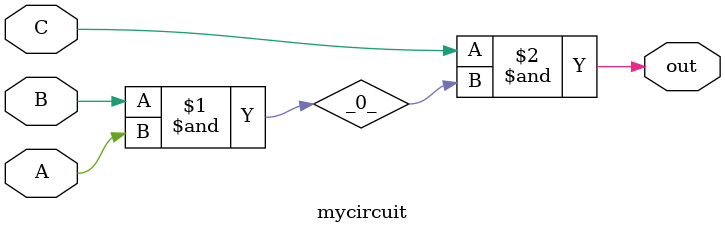
<source format=v>
/* Generated by Yosys 0.38+17 (git sha1 cd8e6cbc6, aarch64-apple-darwin21.4-clang++ 14.0.0-1ubuntu1.1 -fPIC -Os) */

module mycircuit(A, B, C, out);
  wire _0_;
  input A;
  wire A;
  input B;
  wire B;
  input C;
  wire C;
  output out;
  wire out;
  assign _0_ = B & A;
  assign out = C & _0_;
endmodule

</source>
